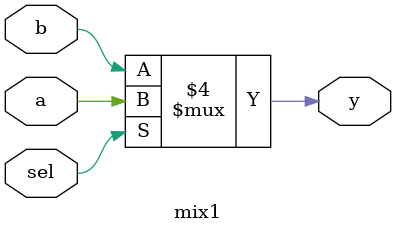
<source format=sv>
module mix1 (a, b, sel, y);
input  logic a, b, sel;
output logic y;
always_comb
begin
	if( sel == 0)
		y = b;
	else
		y = a;
end
endmodule

</source>
